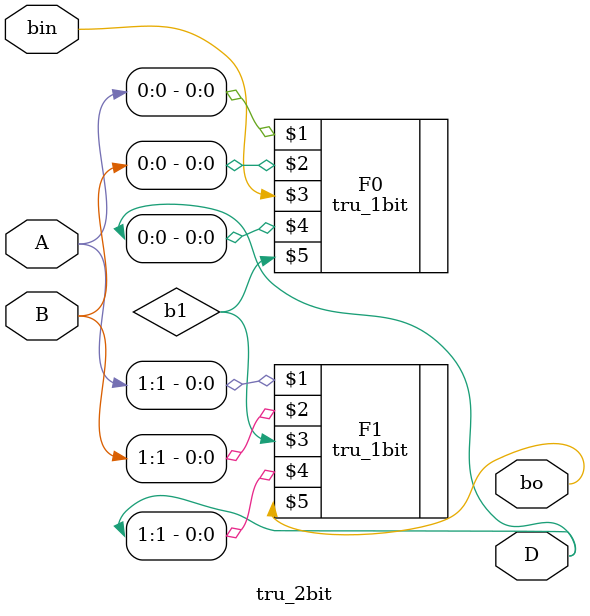
<source format=v>
`timescale 1ns / 1ps
module tru_2bit(
   input [1:0] A,B,
  input  bin,
output [1:0] D,
output  bo
);
wire b1;
tru_1bit  F0 ( A[0],  B[0], bin , D[0], b1);
tru_1bit  F1 ( A[1],  B[1], b1 , D[1], bo);
endmodule

</source>
